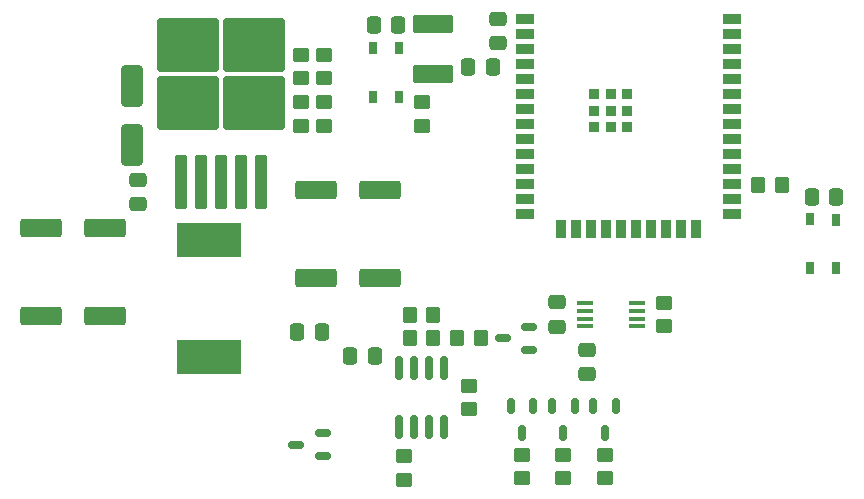
<source format=gbr>
%TF.GenerationSoftware,KiCad,Pcbnew,7.0.8*%
%TF.CreationDate,2023-12-29T21:58:38-05:00*%
%TF.ProjectId,SleepMonitor,536c6565-704d-46f6-9e69-746f722e6b69,rev?*%
%TF.SameCoordinates,Original*%
%TF.FileFunction,Paste,Top*%
%TF.FilePolarity,Positive*%
%FSLAX46Y46*%
G04 Gerber Fmt 4.6, Leading zero omitted, Abs format (unit mm)*
G04 Created by KiCad (PCBNEW 7.0.8) date 2023-12-29 21:58:38*
%MOMM*%
%LPD*%
G01*
G04 APERTURE LIST*
G04 Aperture macros list*
%AMRoundRect*
0 Rectangle with rounded corners*
0 $1 Rounding radius*
0 $2 $3 $4 $5 $6 $7 $8 $9 X,Y pos of 4 corners*
0 Add a 4 corners polygon primitive as box body*
4,1,4,$2,$3,$4,$5,$6,$7,$8,$9,$2,$3,0*
0 Add four circle primitives for the rounded corners*
1,1,$1+$1,$2,$3*
1,1,$1+$1,$4,$5*
1,1,$1+$1,$6,$7*
1,1,$1+$1,$8,$9*
0 Add four rect primitives between the rounded corners*
20,1,$1+$1,$2,$3,$4,$5,0*
20,1,$1+$1,$4,$5,$6,$7,0*
20,1,$1+$1,$6,$7,$8,$9,0*
20,1,$1+$1,$8,$9,$2,$3,0*%
G04 Aperture macros list end*
%ADD10R,0.900000X0.900000*%
%ADD11R,1.500000X0.900000*%
%ADD12R,0.900000X1.500000*%
%ADD13RoundRect,0.150000X0.512500X0.150000X-0.512500X0.150000X-0.512500X-0.150000X0.512500X-0.150000X0*%
%ADD14RoundRect,0.250000X0.450000X-0.350000X0.450000X0.350000X-0.450000X0.350000X-0.450000X-0.350000X0*%
%ADD15RoundRect,0.250000X0.350000X0.450000X-0.350000X0.450000X-0.350000X-0.450000X0.350000X-0.450000X0*%
%ADD16RoundRect,0.250000X-0.475000X0.337500X-0.475000X-0.337500X0.475000X-0.337500X0.475000X0.337500X0*%
%ADD17RoundRect,0.250000X-1.500000X-0.550000X1.500000X-0.550000X1.500000X0.550000X-1.500000X0.550000X0*%
%ADD18R,1.450000X0.450000*%
%ADD19RoundRect,0.150000X-0.150000X0.512500X-0.150000X-0.512500X0.150000X-0.512500X0.150000X0.512500X0*%
%ADD20RoundRect,0.250000X-0.450000X0.350000X-0.450000X-0.350000X0.450000X-0.350000X0.450000X0.350000X0*%
%ADD21RoundRect,0.250000X0.650000X-1.500000X0.650000X1.500000X-0.650000X1.500000X-0.650000X-1.500000X0*%
%ADD22RoundRect,0.250000X-0.350000X-0.450000X0.350000X-0.450000X0.350000X0.450000X-0.350000X0.450000X0*%
%ADD23RoundRect,0.250000X-0.337500X-0.475000X0.337500X-0.475000X0.337500X0.475000X-0.337500X0.475000X0*%
%ADD24RoundRect,0.250000X0.475000X-0.337500X0.475000X0.337500X-0.475000X0.337500X-0.475000X-0.337500X0*%
%ADD25R,5.400000X2.900000*%
%ADD26RoundRect,0.250000X0.337500X0.475000X-0.337500X0.475000X-0.337500X-0.475000X0.337500X-0.475000X0*%
%ADD27R,0.650000X1.050000*%
%ADD28RoundRect,0.250000X1.500000X0.550000X-1.500000X0.550000X-1.500000X-0.550000X1.500000X-0.550000X0*%
%ADD29RoundRect,0.150000X0.150000X-0.825000X0.150000X0.825000X-0.150000X0.825000X-0.150000X-0.825000X0*%
%ADD30RoundRect,0.250000X-1.450000X0.537500X-1.450000X-0.537500X1.450000X-0.537500X1.450000X0.537500X0*%
%ADD31RoundRect,0.250000X0.300000X-2.050000X0.300000X2.050000X-0.300000X2.050000X-0.300000X-2.050000X0*%
%ADD32RoundRect,0.250000X2.375000X-2.025000X2.375000X2.025000X-2.375000X2.025000X-2.375000X-2.025000X0*%
G04 APERTURE END LIST*
D10*
%TO.C,U3*%
X143400000Y-79115000D03*
X143400000Y-77715000D03*
X143400000Y-76315000D03*
X142000000Y-79115000D03*
X142000000Y-77715000D03*
X142000000Y-76315000D03*
X140600000Y-79115000D03*
X140600000Y-77715000D03*
X140600000Y-76315000D03*
D11*
X152250000Y-69995000D03*
X152250000Y-71265000D03*
X152250000Y-72535000D03*
X152250000Y-73805000D03*
X152250000Y-75075000D03*
X152250000Y-76345000D03*
X152250000Y-77615000D03*
X152250000Y-78885000D03*
X152250000Y-80155000D03*
X152250000Y-81425000D03*
X152250000Y-82695000D03*
X152250000Y-83965000D03*
X152250000Y-85235000D03*
X152250000Y-86505000D03*
D12*
X149220000Y-87755000D03*
X147950000Y-87755000D03*
X146680000Y-87755000D03*
X145410000Y-87755000D03*
X144140000Y-87755000D03*
X142870000Y-87755000D03*
X141600000Y-87755000D03*
X140330000Y-87755000D03*
X139060000Y-87755000D03*
X137790000Y-87755000D03*
D11*
X134750000Y-86505000D03*
X134750000Y-85235000D03*
X134750000Y-83965000D03*
X134750000Y-82695000D03*
X134750000Y-81425000D03*
X134750000Y-80155000D03*
X134750000Y-78885000D03*
X134750000Y-77615000D03*
X134750000Y-76345000D03*
X134750000Y-75075000D03*
X134750000Y-73805000D03*
X134750000Y-72535000D03*
X134750000Y-71265000D03*
X134750000Y-69995000D03*
%TD*%
D13*
%TO.C,Q1*%
X117637500Y-106950000D03*
X117637500Y-105050000D03*
X115362500Y-106000000D03*
%TD*%
D14*
%TO.C,R2*%
X115775000Y-75000000D03*
X115775000Y-73000000D03*
%TD*%
D15*
%TO.C,R14*%
X131000000Y-97000000D03*
X129000000Y-97000000D03*
%TD*%
D16*
%TO.C,C1*%
X137500000Y-93962500D03*
X137500000Y-96037500D03*
%TD*%
D17*
%TO.C,C9*%
X117075000Y-91925000D03*
X122475000Y-91925000D03*
%TD*%
D18*
%TO.C,U1*%
X144200000Y-95975000D03*
X144200000Y-95325000D03*
X144200000Y-94675000D03*
X144200000Y-94025000D03*
X139800000Y-94025000D03*
X139800000Y-94675000D03*
X139800000Y-95325000D03*
X139800000Y-95975000D03*
%TD*%
D19*
%TO.C,Q3*%
X142450000Y-102725000D03*
X140550000Y-102725000D03*
X141500000Y-105000000D03*
%TD*%
D20*
%TO.C,R5*%
X126000000Y-77000000D03*
X126000000Y-79000000D03*
%TD*%
D21*
%TO.C,D3*%
X101500000Y-80625000D03*
X101500000Y-75625000D03*
%TD*%
D22*
%TO.C,R12*%
X125000000Y-97000000D03*
X127000000Y-97000000D03*
%TD*%
D20*
%TO.C,R8*%
X134500000Y-106862500D03*
X134500000Y-108862500D03*
%TD*%
D17*
%TO.C,C6*%
X117075000Y-84425000D03*
X122475000Y-84425000D03*
%TD*%
D23*
%TO.C,C3*%
X119962500Y-98500000D03*
X122037500Y-98500000D03*
%TD*%
%TO.C,C8*%
X115462500Y-96500000D03*
X117537500Y-96500000D03*
%TD*%
D24*
%TO.C,C2*%
X140000000Y-100037500D03*
X140000000Y-97962500D03*
%TD*%
D20*
%TO.C,R9*%
X124500000Y-107000000D03*
X124500000Y-109000000D03*
%TD*%
D25*
%TO.C,L1*%
X108000000Y-88675000D03*
X108000000Y-98575000D03*
%TD*%
D20*
%TO.C,R6*%
X138000000Y-106862500D03*
X138000000Y-108862500D03*
%TD*%
D15*
%TO.C,R11*%
X127000000Y-95000000D03*
X125000000Y-95000000D03*
%TD*%
D16*
%TO.C,C10*%
X132500000Y-69962500D03*
X132500000Y-72037500D03*
%TD*%
D14*
%TO.C,R15*%
X115775000Y-79000000D03*
X115775000Y-77000000D03*
%TD*%
D19*
%TO.C,Q4*%
X135450000Y-102725000D03*
X133550000Y-102725000D03*
X134500000Y-105000000D03*
%TD*%
%TO.C,Q2*%
X138950000Y-102725000D03*
X137050000Y-102725000D03*
X138000000Y-105000000D03*
%TD*%
D22*
%TO.C,R3*%
X154500000Y-84000000D03*
X156500000Y-84000000D03*
%TD*%
D26*
%TO.C,C12*%
X132037500Y-74000000D03*
X129962500Y-74000000D03*
%TD*%
D20*
%TO.C,R17*%
X117775000Y-77000000D03*
X117775000Y-79000000D03*
%TD*%
%TO.C,R4*%
X141500000Y-106862500D03*
X141500000Y-108862500D03*
%TD*%
%TO.C,R16*%
X117775000Y-73000000D03*
X117775000Y-75000000D03*
%TD*%
D27*
%TO.C,SW2*%
X158925000Y-91075000D03*
X158925000Y-86925000D03*
X161075000Y-91075000D03*
X161075000Y-86950000D03*
%TD*%
D20*
%TO.C,R1*%
X146500000Y-94000000D03*
X146500000Y-96000000D03*
%TD*%
D24*
%TO.C,C7*%
X102000000Y-85662500D03*
X102000000Y-83587500D03*
%TD*%
D20*
%TO.C,R10*%
X130000000Y-101000000D03*
X130000000Y-103000000D03*
%TD*%
D28*
%TO.C,C4*%
X99200000Y-87625000D03*
X93800000Y-87625000D03*
%TD*%
D29*
%TO.C,U2*%
X124095000Y-104475000D03*
X125365000Y-104475000D03*
X126635000Y-104475000D03*
X127905000Y-104475000D03*
X127905000Y-99525000D03*
X126635000Y-99525000D03*
X125365000Y-99525000D03*
X124095000Y-99525000D03*
%TD*%
D27*
%TO.C,SW1*%
X124075000Y-72425000D03*
X124075000Y-76575000D03*
X121925000Y-72425000D03*
X121925000Y-76550000D03*
%TD*%
D23*
%TO.C,C14*%
X159037500Y-85000000D03*
X161112500Y-85000000D03*
%TD*%
D13*
%TO.C,Q6*%
X135137500Y-97950000D03*
X135137500Y-96050000D03*
X132862500Y-97000000D03*
%TD*%
D26*
%TO.C,C13*%
X124037500Y-70500000D03*
X121962500Y-70500000D03*
%TD*%
D30*
%TO.C,C11*%
X127000000Y-70362500D03*
X127000000Y-74637500D03*
%TD*%
D28*
%TO.C,C5*%
X99200000Y-95125000D03*
X93800000Y-95125000D03*
%TD*%
D31*
%TO.C,U4*%
X105600000Y-83775000D03*
X107300000Y-83775000D03*
X109000000Y-83775000D03*
D32*
X106225000Y-77050000D03*
X111775000Y-77050000D03*
X106225000Y-72200000D03*
X111775000Y-72200000D03*
D31*
X110700000Y-83775000D03*
X112400000Y-83775000D03*
%TD*%
M02*

</source>
